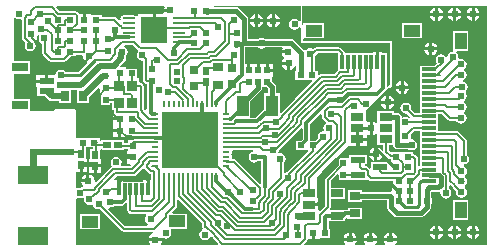
<source format=gbl>
G04 Layer_Physical_Order=4*
G04 Layer_Color=16711680*
%FSLAX43Y43*%
%MOMM*%
G71*
G01*
G75*
%ADD13R,0.600X0.500*%
%ADD14R,0.900X0.700*%
%ADD18R,0.700X0.900*%
%ADD19R,0.500X0.600*%
%ADD35C,0.250*%
%ADD36C,0.200*%
%ADD37C,0.300*%
%ADD38C,0.220*%
%ADD39C,0.500*%
%ADD40C,0.400*%
%ADD45C,0.620*%
%ADD46C,0.660*%
%ADD48C,0.600*%
%ADD51R,1.400X0.800*%
%ADD52R,1.300X0.500*%
%ADD53R,1.000X1.400*%
%ADD54R,1.200X0.300*%
%ADD55R,1.400X1.000*%
%ADD56R,0.300X1.200*%
%ADD57R,0.300X1.000*%
%ADD58R,2.600X1.500*%
%ADD59R,0.500X0.650*%
%ADD60O,0.650X0.200*%
%ADD61O,0.200X0.650*%
%ADD62R,4.700X4.700*%
%ADD63R,1.000X1.800*%
%ADD64R,0.650X0.500*%
%ADD65R,0.800X0.750*%
%ADD66R,1.100X0.650*%
%ADD67R,1.200X0.500*%
%ADD68R,1.100X0.200*%
%ADD69O,1.100X0.200*%
%ADD70R,2.300X2.300*%
%ADD71R,0.850X0.950*%
%ADD72C,0.230*%
%ADD73R,0.500X1.550*%
%ADD74R,3.725X0.500*%
G36*
X23485Y17433D02*
X23448Y17377D01*
X23429Y17284D01*
X23979D01*
Y17030D01*
X23429D01*
X23448Y16937D01*
X23572Y16750D01*
X23596Y16735D01*
Y16608D01*
X23593Y16607D01*
X23469Y16420D01*
X23450Y16327D01*
X24000D01*
Y16200D01*
X24127D01*
Y15650D01*
X24220Y15669D01*
X24407Y15793D01*
X24516Y15957D01*
X24625Y15943D01*
X24643Y15936D01*
Y15584D01*
X24550D01*
Y14784D01*
X25450D01*
Y14784D01*
X25550D01*
Y14784D01*
X25962D01*
X26010Y14667D01*
X24556Y13212D01*
X24554Y13211D01*
X23373Y12030D01*
X23246Y12082D01*
Y13658D01*
X22957D01*
Y14187D01*
X22930Y14324D01*
X22852Y14440D01*
X22580Y14712D01*
Y15053D01*
X22684D01*
Y15480D01*
X22180D01*
Y15607D01*
X22053D01*
Y16161D01*
X21527D01*
Y15607D01*
X21273D01*
Y16161D01*
X20896D01*
Y16154D01*
X20727D01*
Y15600D01*
X20473D01*
Y16154D01*
X20331D01*
Y17543D01*
X21406D01*
X21521Y17467D01*
X21700Y17431D01*
X21879Y17467D01*
X21997Y17545D01*
X23425D01*
X23485Y17433D01*
D02*
G37*
G36*
X11786Y7275D02*
X11820Y7225D01*
X12180Y6864D01*
X12263Y6809D01*
X12345Y6793D01*
Y6283D01*
X12227D01*
Y5529D01*
X11973D01*
Y6283D01*
X11696D01*
Y6179D01*
X10004D01*
Y6283D01*
X9727D01*
Y5529D01*
X9473D01*
Y6283D01*
X9246D01*
X9192Y6409D01*
X9418Y6635D01*
X10861D01*
X10958Y6654D01*
X11041Y6710D01*
X11636Y7304D01*
X11672Y7305D01*
X11786Y7275D01*
D02*
G37*
G36*
X25172Y10646D02*
Y9815D01*
X25007Y9650D01*
X24590D01*
Y8850D01*
X25490D01*
Y8850D01*
X25590D01*
X25635Y8740D01*
X23855Y6960D01*
X23720Y6933D01*
X23707Y6924D01*
X23595Y6984D01*
Y7806D01*
X23693Y7954D01*
X23729Y8133D01*
X23693Y8312D01*
X23592Y8465D01*
X23439Y8566D01*
X23260Y8602D01*
X23199Y8590D01*
X23122Y8704D01*
X23133Y8721D01*
X23146Y8786D01*
X25055Y10694D01*
X25172Y10646D01*
D02*
G37*
G36*
X21015Y8718D02*
X20902Y8696D01*
X20750Y8594D01*
X20648Y8442D01*
X20613Y8262D01*
X20648Y8083D01*
X20750Y7931D01*
X20902Y7829D01*
X21082Y7793D01*
X21261Y7829D01*
X21413Y7931D01*
X21431Y7956D01*
X21694D01*
Y6053D01*
X21577Y6004D01*
X19551Y8030D01*
X19468Y8085D01*
X19371Y8105D01*
X19248D01*
X19218Y8139D01*
X19166Y8232D01*
X19180Y8300D01*
X19160Y8398D01*
X19105Y8480D01*
Y8520D01*
X19160Y8602D01*
X19180Y8700D01*
X19176Y8718D01*
X19270Y8845D01*
X21003D01*
X21015Y8718D01*
D02*
G37*
G36*
X13483Y20974D02*
X13448Y20920D01*
X13429Y20827D01*
X13979D01*
Y20573D01*
X13429D01*
X13437Y20531D01*
X13357Y20404D01*
X12727D01*
Y19000D01*
X12473D01*
Y20404D01*
X11196D01*
Y20236D01*
X11123Y20201D01*
X11069Y20188D01*
X10998Y20235D01*
X10900Y20255D01*
X10000D01*
X9902Y20235D01*
X9820Y20180D01*
X9765Y20098D01*
X9745Y20000D01*
X9765Y19902D01*
X9781Y19878D01*
X9775Y19870D01*
X9608Y19857D01*
X9385Y20080D01*
X9303Y20135D01*
X9205Y20155D01*
X8150D01*
Y20300D01*
X7254D01*
Y20404D01*
X6827D01*
Y19900D01*
X6573D01*
Y20404D01*
X6250D01*
X6230Y20434D01*
X6084Y20580D01*
X6001Y20635D01*
X5904Y20655D01*
X4606D01*
X4292Y20968D01*
X4341Y21086D01*
X13424D01*
X13483Y20974D01*
D02*
G37*
G36*
X25000Y19799D02*
X24873Y19761D01*
X24826Y19832D01*
X24673Y19933D01*
X24494Y19969D01*
X24314Y19933D01*
X24162Y19832D01*
X24061Y19679D01*
X24025Y19500D01*
X24061Y19321D01*
X24162Y19168D01*
X24314Y19067D01*
X24494Y19031D01*
X24673Y19067D01*
X24826Y19168D01*
X24873Y19239D01*
X25000Y19201D01*
Y17955D01*
X32600D01*
Y14407D01*
X32423Y14230D01*
X32306Y14279D01*
Y16300D01*
X32300Y16330D01*
Y17057D01*
X31904D01*
Y17161D01*
X31627D01*
Y16307D01*
X31373D01*
Y17161D01*
X31096D01*
Y17057D01*
X28755D01*
Y17084D01*
X28735Y17182D01*
X28680Y17264D01*
X28464Y17480D01*
X28382Y17535D01*
X28284Y17555D01*
X26344D01*
X26246Y17535D01*
X26163Y17480D01*
X26077Y17394D01*
X25979Y17460D01*
X25800Y17495D01*
X25621Y17460D01*
X25468Y17358D01*
X25435Y17309D01*
X25283Y17309D01*
X25252Y17355D01*
X24453Y18154D01*
X24337Y18232D01*
X24200Y18259D01*
X21991D01*
X21879Y18333D01*
X21700Y18369D01*
X21521Y18333D01*
X21406Y18257D01*
X20557D01*
Y19973D01*
X20530Y20110D01*
X20452Y20226D01*
X19826Y20852D01*
X19710Y20930D01*
X19573Y20957D01*
X17590D01*
X17589Y20959D01*
X17675Y21086D01*
X25000D01*
Y19799D01*
D02*
G37*
G36*
X6676Y4772D02*
X6656Y4670D01*
X6692Y4491D01*
X6793Y4338D01*
X6945Y4237D01*
X7125Y4201D01*
X7304Y4237D01*
X7316Y4245D01*
X7457Y4186D01*
X7467Y4138D01*
X7568Y3985D01*
X7721Y3884D01*
X7900Y3848D01*
X7991Y3866D01*
X9837Y2020D01*
X9919Y1965D01*
X10017Y1945D01*
X12527D01*
X12539Y1818D01*
X12480Y1806D01*
X12293Y1682D01*
X12169Y1495D01*
X12150Y1402D01*
X13375D01*
X13379Y1405D01*
X13421Y1377D01*
X13600Y1341D01*
X13779Y1377D01*
X13932Y1478D01*
X14033Y1631D01*
X14069Y1810D01*
X14033Y1989D01*
X13991Y2052D01*
X14059Y2179D01*
X15400D01*
Y3479D01*
X14173D01*
X14124Y3597D01*
X14455Y3928D01*
X14510Y4010D01*
X14530Y4108D01*
Y4610D01*
X14657Y4662D01*
X16644Y2676D01*
Y2423D01*
X16663Y2326D01*
X16707Y2260D01*
X16711Y2227D01*
X16709Y2213D01*
X16677Y2104D01*
X16568Y2032D01*
X16467Y1879D01*
X16431Y1700D01*
X16467Y1521D01*
X16568Y1368D01*
X16720Y1267D01*
X16900Y1231D01*
X17079Y1267D01*
X17232Y1368D01*
X17322Y1504D01*
X17380Y1527D01*
X17467Y1540D01*
X17620Y1386D01*
X17625Y1364D01*
X17680Y1282D01*
X18030Y932D01*
X17981Y814D01*
X13223D01*
X13155Y941D01*
X13231Y1055D01*
X13250Y1148D01*
X12150D01*
X12169Y1055D01*
X12245Y941D01*
X12177Y814D01*
X6002D01*
Y4738D01*
X6101Y4791D01*
X6129Y4792D01*
X6300Y4758D01*
X6479Y4794D01*
X6562Y4849D01*
X6676Y4772D01*
D02*
G37*
G36*
X10345Y4350D02*
Y3816D01*
X10365Y3718D01*
X10420Y3636D01*
X10577Y3479D01*
X10659Y3424D01*
X10757Y3404D01*
X11903D01*
X11949Y3277D01*
X11867Y3154D01*
X11831Y2975D01*
X11867Y2795D01*
X11968Y2643D01*
X12060Y2582D01*
X12022Y2455D01*
X10123D01*
X8700Y3878D01*
X8704Y3902D01*
X8850Y4001D01*
X8900Y3991D01*
X9079Y4027D01*
X9232Y4128D01*
X9249Y4154D01*
X9842D01*
X9842Y4154D01*
X9959Y4177D01*
X10059Y4244D01*
X10218Y4403D01*
X10345Y4350D01*
D02*
G37*
G36*
X11150Y17420D02*
X11150Y17420D01*
X11218Y17351D01*
X11266Y17238D01*
X11227Y17169D01*
X11167Y17079D01*
X11131Y16900D01*
X11167Y16721D01*
X11268Y16568D01*
X11421Y16467D01*
X11600Y16431D01*
X11645Y16394D01*
Y14800D01*
X11665Y14702D01*
X11720Y14620D01*
X11820Y14520D01*
X11902Y14465D01*
X11994Y14446D01*
Y12318D01*
X11867Y12218D01*
X11835Y12224D01*
X11780Y12307D01*
X11752Y12335D01*
Y12584D01*
X11755Y12596D01*
Y14215D01*
X11736Y14313D01*
X11680Y14396D01*
X11580Y14496D01*
X11498Y14551D01*
X11400Y14570D01*
X11332Y14686D01*
Y14915D01*
X11248D01*
X11139Y14957D01*
Y15757D01*
X10243D01*
Y15861D01*
X9806D01*
X9753Y15988D01*
X10116Y16350D01*
X10204Y16483D01*
X10235Y16639D01*
X10235Y16639D01*
Y16883D01*
X10321Y17011D01*
X10357Y17190D01*
X10321Y17369D01*
X10219Y17522D01*
X10075Y17618D01*
X10073Y17627D01*
X10141Y17745D01*
X10824D01*
X11150Y17420D01*
D02*
G37*
G36*
X26785Y11847D02*
Y11668D01*
X26804Y11570D01*
X26860Y11488D01*
X27125Y11222D01*
X27115Y11065D01*
X27112Y11061D01*
X27068Y11032D01*
X26967Y10879D01*
X26931Y10700D01*
X26954Y10584D01*
X26941Y10502D01*
X26864Y10446D01*
X26755Y10424D01*
X26602Y10323D01*
X26501Y10171D01*
X26465Y9991D01*
X26483Y9901D01*
X26233Y9650D01*
X25815D01*
X25784Y9689D01*
Y11011D01*
X26668Y11895D01*
X26785Y11847D01*
D02*
G37*
G36*
X40786Y814D02*
X33100D01*
X33039Y941D01*
X33131Y1080D01*
X33150Y1173D01*
X32050D01*
X32069Y1080D01*
X32161Y941D01*
X32100Y814D01*
X31400D01*
X31339Y941D01*
X31431Y1080D01*
X31450Y1173D01*
X30350D01*
X30369Y1080D01*
X30461Y941D01*
X30400Y814D01*
X29700D01*
X29639Y941D01*
X29731Y1080D01*
X29750Y1173D01*
X28650D01*
X28669Y1080D01*
X28761Y941D01*
X28700Y814D01*
X25357D01*
X25308Y932D01*
X25530Y1154D01*
X25585Y1236D01*
X25599Y1306D01*
X25943D01*
Y1810D01*
X26197D01*
Y1306D01*
X26624D01*
Y1410D01*
X27520D01*
Y2210D01*
X27375D01*
Y2700D01*
X27400Y2816D01*
X28800D01*
Y3030D01*
X28882Y3092D01*
X29000Y3039D01*
Y2983D01*
X30200D01*
Y3983D01*
X29000D01*
Y3789D01*
X28800D01*
X28800Y3789D01*
X28687Y3766D01*
X27602D01*
X27534Y3894D01*
X27535Y3895D01*
X27555Y3993D01*
Y4716D01*
X28800D01*
Y5667D01*
X27555D01*
Y6236D01*
X28103Y6784D01*
X28220Y6735D01*
Y6308D01*
X29020D01*
Y6308D01*
X29100Y6350D01*
X30600D01*
Y6350D01*
X30710Y6396D01*
X30786Y6320D01*
X30868Y6265D01*
X30966Y6245D01*
X32850D01*
Y5904D01*
X32746D01*
Y5438D01*
X32619Y5333D01*
X32586Y5340D01*
X30200D01*
Y5483D01*
X29000D01*
Y4483D01*
X30200D01*
Y4626D01*
X32293D01*
Y4062D01*
X32320Y3926D01*
X32398Y3810D01*
X32912Y3296D01*
X33028Y3218D01*
X33164Y3191D01*
X35184D01*
X35321Y3218D01*
X35437Y3296D01*
X35952Y3811D01*
X36030Y3927D01*
X36057Y4064D01*
Y4255D01*
X36133Y4370D01*
X36169Y4549D01*
X36133Y4729D01*
X36057Y4843D01*
Y5343D01*
X36645D01*
X36733Y5361D01*
X36833Y5282D01*
X36843Y5263D01*
X36831Y5200D01*
X36867Y5020D01*
X36968Y4868D01*
X37120Y4767D01*
X37300Y4731D01*
X37479Y4767D01*
X37632Y4868D01*
X37733Y5020D01*
X37769Y5200D01*
X37733Y5379D01*
X37632Y5532D01*
X37555Y5583D01*
Y5841D01*
X37672Y5890D01*
X37874Y5688D01*
X37886Y5670D01*
X38173Y5383D01*
X38157Y5300D01*
X38193Y5121D01*
X38294Y4968D01*
X38447Y4867D01*
X38626Y4831D01*
X38805Y4867D01*
X38958Y4968D01*
X39059Y5121D01*
X39095Y5300D01*
X39059Y5479D01*
X38958Y5632D01*
X38895Y5674D01*
Y5826D01*
X38958Y5868D01*
X39059Y6021D01*
X39095Y6200D01*
X39059Y6379D01*
X38958Y6532D01*
X38895Y6574D01*
Y6726D01*
X38958Y6768D01*
X39059Y6921D01*
X39095Y7100D01*
X39059Y7279D01*
X38958Y7432D01*
X38841Y7510D01*
X38858Y7642D01*
X38979Y7667D01*
X39132Y7768D01*
X39233Y7920D01*
X39269Y8100D01*
X39233Y8279D01*
X39132Y8432D01*
X39055Y8483D01*
Y9650D01*
X39035Y9748D01*
X38980Y9830D01*
X38430Y10380D01*
X38348Y10435D01*
X38250Y10455D01*
X36650D01*
Y10900D01*
Y11945D01*
X36985D01*
X37502Y11428D01*
X37585Y11373D01*
X37682Y11353D01*
X38183D01*
X38268Y11225D01*
X38421Y11124D01*
X38600Y11088D01*
X38779Y11124D01*
X38932Y11225D01*
X39033Y11378D01*
X39069Y11557D01*
X39033Y11736D01*
X38932Y11889D01*
X38829Y11957D01*
Y12100D01*
X38932Y12168D01*
X39033Y12321D01*
X39069Y12500D01*
X39033Y12679D01*
X38932Y12832D01*
X38869Y12874D01*
Y13026D01*
X38932Y13068D01*
X39033Y13221D01*
X39069Y13400D01*
X39033Y13579D01*
X38977Y13664D01*
X38996Y13830D01*
X39009Y13838D01*
X39111Y13991D01*
X39147Y14170D01*
X39111Y14349D01*
X39009Y14502D01*
X38857Y14603D01*
X38733Y14628D01*
Y14757D01*
X38779Y14767D01*
X38932Y14868D01*
X39033Y15021D01*
X39069Y15200D01*
X39033Y15379D01*
X38932Y15532D01*
X38869Y15574D01*
Y15726D01*
X38932Y15768D01*
X39033Y15921D01*
X39069Y16100D01*
X39033Y16279D01*
X38932Y16432D01*
X38779Y16533D01*
X38600Y16569D01*
X38467Y16543D01*
X38369Y16620D01*
X38357Y16640D01*
X38369Y16700D01*
X38333Y16879D01*
X38232Y17032D01*
X38170Y17073D01*
X38208Y17200D01*
X39200D01*
Y18900D01*
X37900D01*
Y17289D01*
X37900Y17200D01*
X37795Y17148D01*
X37721Y17133D01*
X37568Y17032D01*
X37467Y16879D01*
X37440Y16745D01*
X37308Y16718D01*
X37232Y16832D01*
X37079Y16933D01*
X36900Y16969D01*
X36721Y16933D01*
X36568Y16832D01*
X36467Y16679D01*
X36431Y16500D01*
X36467Y16321D01*
X36544Y16205D01*
X36340Y16000D01*
X35150D01*
Y14900D01*
Y13900D01*
Y12900D01*
Y11955D01*
X34702D01*
X34351Y12305D01*
X34369Y12396D01*
X34333Y12575D01*
X34232Y12728D01*
X34079Y12829D01*
X33900Y12865D01*
X33721Y12829D01*
X33568Y12728D01*
X33467Y12575D01*
X33431Y12396D01*
X33467Y12217D01*
X33568Y12064D01*
X33721Y11963D01*
X33900Y11927D01*
X33991Y11945D01*
X34261Y11674D01*
X34261Y11643D01*
X34214Y11542D01*
X34200Y11542D01*
X34063Y11633D01*
X33884Y11669D01*
X33705Y11633D01*
X33668Y11609D01*
X33550Y11683D01*
X33530Y11787D01*
X33452Y11902D01*
X33337Y11980D01*
X33200Y12007D01*
X32900D01*
Y12125D01*
X31500D01*
Y11187D01*
X31478Y11167D01*
X31373Y11130D01*
X31222Y11231D01*
X31129Y11250D01*
Y10700D01*
Y10150D01*
X31222Y10169D01*
X31373Y10270D01*
X31478Y10233D01*
X31500Y10213D01*
Y9275D01*
X32010D01*
Y8816D01*
X31883Y8778D01*
X31791Y8915D01*
X31605Y9039D01*
X31512Y9058D01*
Y8508D01*
Y7958D01*
X31605Y7977D01*
X31791Y8101D01*
X31916Y8288D01*
X31957Y8493D01*
X32002Y8516D01*
X32084Y8531D01*
X32085Y8530D01*
X32482Y8133D01*
X32565Y8078D01*
X32632Y8064D01*
Y7902D01*
X32546D01*
X32500Y7800D01*
X31000D01*
Y7333D01*
X30904Y7294D01*
X30873Y7291D01*
X30734Y7430D01*
X30651Y7485D01*
X30554Y7505D01*
X30433D01*
X30421Y7523D01*
X30489Y7650D01*
X30600D01*
Y8450D01*
X29100D01*
Y8302D01*
X29020Y8208D01*
X28220D01*
Y7622D01*
X27120Y6522D01*
X27065Y6439D01*
X27045Y6342D01*
Y4098D01*
X26631Y3684D01*
X26504Y3737D01*
Y4115D01*
X25700D01*
Y4369D01*
X26504D01*
Y4820D01*
X26410D01*
Y6598D01*
X28902Y9100D01*
X28996Y9171D01*
Y9171D01*
X28996Y9171D01*
X29673D01*
Y9750D01*
X29800D01*
Y9877D01*
X30604D01*
Y10153D01*
X30716Y10213D01*
X30782Y10169D01*
X30875Y10150D01*
Y10700D01*
Y11250D01*
X30782Y11231D01*
X30716Y11187D01*
X30604Y11247D01*
Y11279D01*
X30500D01*
Y12125D01*
X30500Y12125D01*
X30500D01*
X30539Y12239D01*
X30654Y12354D01*
X30679Y12359D01*
X30832Y12460D01*
X30933Y12613D01*
X30938Y12638D01*
X31578Y13278D01*
X31676Y13344D01*
X32216Y13884D01*
X32216Y13884D01*
X32282Y13982D01*
X32380Y14080D01*
X32393D01*
X32423Y14068D01*
X32453Y14080D01*
X32485D01*
X32508Y14103D01*
X32538Y14115D01*
X32715Y14292D01*
X32762Y14407D01*
Y17955D01*
X32715Y18070D01*
X32600Y18117D01*
X25229D01*
X25204Y18199D01*
X25288Y18305D01*
X25290Y18307D01*
X26950D01*
Y19607D01*
X25250D01*
Y19462D01*
X25123Y19400D01*
X25100Y19418D01*
Y19678D01*
X25115Y19684D01*
X25124Y19707D01*
X25143Y19723D01*
X25147Y19762D01*
X25162Y19799D01*
Y21086D01*
X40786D01*
Y814D01*
D02*
G37*
G36*
X22243Y14039D02*
Y13658D01*
X21946D01*
Y12363D01*
X21189Y11606D01*
X20746D01*
Y12981D01*
X21652Y13888D01*
X21730Y14003D01*
X21757Y14140D01*
Y14157D01*
X22126D01*
X22243Y14039D01*
D02*
G37*
G36*
X28200Y17024D02*
Y15647D01*
X28186Y15637D01*
X27864Y15315D01*
X26764D01*
X26667Y15295D01*
X26584Y15240D01*
X26567Y15224D01*
X26450Y15272D01*
Y15584D01*
X26255D01*
Y16851D01*
X26449Y17045D01*
X28179D01*
X28200Y17024D01*
D02*
G37*
G36*
X868Y20068D02*
X1021Y19967D01*
X1200Y19931D01*
X1268Y19945D01*
X1395Y19840D01*
Y18346D01*
X1415Y18249D01*
X1470Y18166D01*
X1703Y17933D01*
X1667Y17879D01*
X1631Y17700D01*
X1667Y17520D01*
X1768Y17368D01*
X1920Y17267D01*
X2100Y17231D01*
X2279Y17267D01*
X2432Y17368D01*
X2533Y17520D01*
X2569Y17700D01*
X2533Y17879D01*
X2440Y18019D01*
X2454Y18077D01*
X2489Y18146D01*
X2704D01*
Y18504D01*
X2814Y18580D01*
X2867Y18479D01*
X2831Y18300D01*
X2867Y18121D01*
X2968Y17968D01*
X3121Y17867D01*
X3135Y17864D01*
Y17072D01*
X3155Y16974D01*
X3210Y16892D01*
X3682Y16420D01*
X3764Y16365D01*
X3862Y16345D01*
X5000D01*
X5098Y16365D01*
X5180Y16420D01*
X5552Y16792D01*
X5950D01*
Y16937D01*
X6473D01*
X6550Y16844D01*
X6594Y16623D01*
X6718Y16437D01*
X6879Y16330D01*
X6918Y16190D01*
X6209Y15480D01*
X5066D01*
X5032Y15532D01*
X4879Y15633D01*
X4700Y15669D01*
X4520Y15633D01*
X4368Y15532D01*
X4267Y15379D01*
X4231Y15200D01*
X4205Y15168D01*
X3637D01*
Y14664D01*
X3510D01*
Y14537D01*
X2606D01*
Y14160D01*
X2710D01*
Y13464D01*
X3333D01*
X3692Y13106D01*
X3824Y13017D01*
X3980Y12986D01*
X3980Y12986D01*
X4590D01*
Y12800D01*
X5590D01*
Y13978D01*
X6090D01*
Y12800D01*
X7090D01*
Y13320D01*
X7879Y14109D01*
X7996Y14060D01*
Y13546D01*
X8100D01*
Y12650D01*
X8900D01*
Y12845D01*
X9032D01*
Y12215D01*
X9246D01*
Y12039D01*
X9217Y12004D01*
X9135D01*
Y11627D01*
X9689D01*
Y11373D01*
X9135D01*
Y10996D01*
X9146D01*
Y10627D01*
X9700D01*
Y10500D01*
X9827D01*
Y9996D01*
X10254D01*
Y10100D01*
X10772D01*
X10825Y10065D01*
X10923Y10045D01*
X11963D01*
X11978Y10027D01*
X12650D01*
Y9773D01*
X11978D01*
X11963Y9755D01*
X10917D01*
X10819Y9735D01*
X10737Y9680D01*
X10734Y9678D01*
X10400D01*
Y9483D01*
X10060D01*
Y9697D01*
X9110D01*
Y9697D01*
X8160D01*
Y9697D01*
X8033Y9653D01*
X8000Y9666D01*
Y9883D01*
X7100D01*
Y9883D01*
X7000D01*
Y9883D01*
X6100D01*
X6002Y9953D01*
Y12152D01*
X5955Y12267D01*
X5840Y12314D01*
X4240D01*
X4125Y12267D01*
X4098Y12200D01*
X2110D01*
Y13214D01*
X714D01*
Y15314D01*
X2110D01*
Y16414D01*
X714D01*
Y20070D01*
X841Y20109D01*
X868Y20068D01*
D02*
G37*
G36*
X7427Y8950D02*
X7200D01*
Y8104D01*
X7096D01*
Y7652D01*
X7600D01*
X8104D01*
Y8104D01*
X8000D01*
Y8856D01*
X8112Y8958D01*
X8160Y8945D01*
Y8897D01*
X9110D01*
Y8897D01*
X10060D01*
Y8973D01*
X10400D01*
Y8782D01*
X10296D01*
Y8355D01*
X10800D01*
Y8101D01*
X10296D01*
Y7674D01*
X10545D01*
X10607Y7547D01*
X10567Y7495D01*
X9884D01*
X9824Y7607D01*
X9833Y7621D01*
X9869Y7800D01*
X9833Y7979D01*
X9732Y8132D01*
X9579Y8233D01*
X9400Y8269D01*
X9220Y8233D01*
X9068Y8132D01*
X8967Y7979D01*
X8931Y7800D01*
X8967Y7621D01*
X9059Y7483D01*
X9056Y7475D01*
X8973Y7420D01*
X7680Y6127D01*
X7563Y6190D01*
X7575Y6252D01*
X7531Y6472D01*
X7407Y6658D01*
X7220Y6783D01*
X7127Y6802D01*
Y6252D01*
X7000D01*
Y6125D01*
X6450D01*
X6469Y6032D01*
X6589Y5852D01*
X6574Y5782D01*
X6557Y5725D01*
X6543D01*
X6445Y5706D01*
X6401Y5676D01*
X6300Y5696D01*
X6129Y5662D01*
X6101Y5663D01*
X6002Y5716D01*
Y6979D01*
X6295D01*
Y7558D01*
X6422D01*
Y7685D01*
X6926D01*
Y8137D01*
X6822D01*
Y8390D01*
X6835Y8410D01*
X6855Y8508D01*
Y9083D01*
X7000D01*
Y9083D01*
X7100D01*
Y9083D01*
X7427D01*
Y8950D01*
D02*
G37*
G36*
X35150Y9400D02*
Y8400D01*
Y7559D01*
X35070Y7516D01*
X34955Y7593D01*
Y8133D01*
X34935Y8231D01*
X34880Y8313D01*
X34725Y8468D01*
X34643Y8523D01*
X34545Y8543D01*
X34532D01*
Y8688D01*
X33632D01*
X33632Y8688D01*
X33532D01*
Y8688D01*
X33505Y8688D01*
X32648D01*
X32520Y8816D01*
Y9275D01*
X32848D01*
X32870Y9160D01*
X32948Y9045D01*
X33063Y8967D01*
X33200Y8940D01*
X34116D01*
X34221Y8870D01*
X34400Y8835D01*
X34579Y8870D01*
X34732Y8972D01*
X34833Y9124D01*
X34869Y9304D01*
X34833Y9483D01*
X34732Y9635D01*
X34579Y9737D01*
X34400Y9773D01*
X34394Y9771D01*
X34317Y9886D01*
X34353Y10065D01*
X34335Y10156D01*
X34625Y10445D01*
X35150D01*
Y9400D01*
D02*
G37*
%LPC*%
G36*
X22684Y16161D02*
X22307D01*
Y15734D01*
X22684D01*
Y16161D01*
D02*
G37*
G36*
X23873Y16073D02*
X23450D01*
X23469Y15980D01*
X23593Y15793D01*
X23780Y15669D01*
X23873Y15650D01*
Y16073D01*
D02*
G37*
G36*
X22563Y20350D02*
X22470Y20331D01*
X22284Y20207D01*
X22159Y20020D01*
X22141Y19927D01*
X22563D01*
Y20350D01*
D02*
G37*
G36*
X21829Y19673D02*
X21406D01*
Y19250D01*
X21499Y19269D01*
X21686Y19393D01*
X21810Y19580D01*
X21829Y19673D01*
D02*
G37*
G36*
X21152D02*
X20729D01*
X20748Y19580D01*
X20872Y19393D01*
X21059Y19269D01*
X21152Y19250D01*
Y19673D01*
D02*
G37*
G36*
Y20350D02*
X21059Y20331D01*
X20872Y20207D01*
X20748Y20020D01*
X20729Y19927D01*
X21152D01*
Y20350D01*
D02*
G37*
G36*
X22817Y20350D02*
Y19927D01*
X23240D01*
X23222Y20020D01*
X23097Y20207D01*
X22911Y20331D01*
X22817Y20350D01*
D02*
G37*
G36*
X21406Y20350D02*
Y19927D01*
X21829D01*
X21810Y20020D01*
X21686Y20207D01*
X21499Y20331D01*
X21406Y20350D01*
D02*
G37*
G36*
X23240Y19673D02*
X22817D01*
Y19250D01*
X22911Y19269D01*
X23097Y19393D01*
X23222Y19580D01*
X23240Y19673D01*
D02*
G37*
G36*
X22563D02*
X22141D01*
X22159Y19580D01*
X22284Y19393D01*
X22470Y19269D01*
X22563Y19250D01*
Y19673D01*
D02*
G37*
G36*
X8050Y3429D02*
X6350D01*
Y2129D01*
X8050D01*
Y3429D01*
D02*
G37*
G36*
X31258Y8381D02*
X30835D01*
X30853Y8288D01*
X30978Y8101D01*
X31165Y7977D01*
X31258Y7958D01*
Y8381D01*
D02*
G37*
G36*
Y9058D02*
X31165Y9039D01*
X30978Y8915D01*
X30853Y8728D01*
X30835Y8635D01*
X31258D01*
Y9058D01*
D02*
G37*
G36*
X40151Y1773D02*
X39729D01*
Y1350D01*
X39822Y1369D01*
X40008Y1494D01*
X40133Y1680D01*
X40151Y1773D01*
D02*
G37*
G36*
X29327Y1850D02*
Y1427D01*
X29750D01*
X29731Y1520D01*
X29607Y1707D01*
X29420Y1831D01*
X29327Y1850D01*
D02*
G37*
G36*
X29073D02*
X28980Y1831D01*
X28793Y1707D01*
X28669Y1520D01*
X28650Y1427D01*
X29073D01*
Y1850D01*
D02*
G37*
G36*
X37913Y1773D02*
X37490D01*
X37509Y1680D01*
X37633Y1494D01*
X37820Y1369D01*
X37913Y1350D01*
Y1773D01*
D02*
G37*
G36*
X37050Y1764D02*
X36627D01*
Y1341D01*
X36720Y1359D01*
X36907Y1484D01*
X37031Y1671D01*
X37050Y1764D01*
D02*
G37*
G36*
X36373D02*
X35950D01*
X35969Y1671D01*
X36093Y1484D01*
X36280Y1359D01*
X36373Y1341D01*
Y1764D01*
D02*
G37*
G36*
X39475Y1773D02*
X39052D01*
X39070Y1680D01*
X39195Y1494D01*
X39382Y1369D01*
X39475Y1350D01*
Y1773D01*
D02*
G37*
G36*
X30604Y9623D02*
X29927D01*
Y9171D01*
X30604D01*
Y9623D01*
D02*
G37*
G36*
X38590Y1773D02*
X38167D01*
Y1350D01*
X38260Y1369D01*
X38447Y1494D01*
X38571Y1680D01*
X38590Y1773D01*
D02*
G37*
G36*
X39200Y4600D02*
X37900D01*
Y2900D01*
X39200D01*
Y4600D01*
D02*
G37*
G36*
X37913Y2450D02*
X37820Y2431D01*
X37633Y2307D01*
X37509Y2120D01*
X37490Y2027D01*
X37913D01*
Y2450D01*
D02*
G37*
G36*
X36627Y2440D02*
Y2018D01*
X37050D01*
X37031Y2111D01*
X36907Y2297D01*
X36720Y2422D01*
X36627Y2440D01*
D02*
G37*
G36*
X38167Y2450D02*
Y2027D01*
X38590D01*
X38571Y2120D01*
X38447Y2307D01*
X38260Y2431D01*
X38167Y2450D01*
D02*
G37*
G36*
X39475D02*
X39382Y2431D01*
X39195Y2307D01*
X39070Y2120D01*
X39052Y2027D01*
X39475D01*
Y2450D01*
D02*
G37*
G36*
X39729D02*
Y2027D01*
X40151D01*
X40133Y2120D01*
X40008Y2307D01*
X39822Y2431D01*
X39729Y2450D01*
D02*
G37*
G36*
X30773Y1850D02*
X30680Y1831D01*
X30493Y1707D01*
X30369Y1520D01*
X30350Y1427D01*
X30773D01*
Y1850D01*
D02*
G37*
G36*
X31027D02*
Y1427D01*
X31450D01*
X31431Y1520D01*
X31307Y1707D01*
X31120Y1831D01*
X31027Y1850D01*
D02*
G37*
G36*
X36373Y2440D02*
X36280Y2422D01*
X36093Y2297D01*
X35969Y2111D01*
X35950Y2018D01*
X36373D01*
Y2440D01*
D02*
G37*
G36*
X32727Y1850D02*
Y1427D01*
X33150D01*
X33131Y1520D01*
X33007Y1707D01*
X32820Y1831D01*
X32727Y1850D01*
D02*
G37*
G36*
X32473D02*
X32380Y1831D01*
X32193Y1707D01*
X32069Y1520D01*
X32050Y1427D01*
X32473D01*
Y1850D01*
D02*
G37*
G36*
X39475Y20230D02*
X39052D01*
X39070Y20137D01*
X39195Y19951D01*
X39382Y19826D01*
X39475Y19808D01*
Y20230D01*
D02*
G37*
G36*
X38590D02*
X38167D01*
Y19808D01*
X38260Y19826D01*
X38447Y19951D01*
X38571Y20137D01*
X38590Y20230D01*
D02*
G37*
G36*
X40151D02*
X39729D01*
Y19808D01*
X39822Y19826D01*
X40008Y19951D01*
X40133Y20137D01*
X40151Y20230D01*
D02*
G37*
G36*
X37913D02*
X37490D01*
X37509Y20137D01*
X37633Y19951D01*
X37820Y19826D01*
X37913Y19808D01*
Y20230D01*
D02*
G37*
G36*
X37050Y20221D02*
X36627D01*
Y19798D01*
X36720Y19817D01*
X36907Y19941D01*
X37031Y20128D01*
X37050Y20221D01*
D02*
G37*
G36*
X36373D02*
X35950D01*
X35969Y20128D01*
X36093Y19941D01*
X36280Y19817D01*
X36373Y19798D01*
Y20221D01*
D02*
G37*
G36*
X38167Y20907D02*
Y20484D01*
X38590D01*
X38571Y20577D01*
X38447Y20764D01*
X38260Y20889D01*
X38167Y20907D01*
D02*
G37*
G36*
X37913D02*
X37820Y20889D01*
X37633Y20764D01*
X37509Y20577D01*
X37490Y20484D01*
X37913D01*
Y20907D01*
D02*
G37*
G36*
X39729D02*
Y20484D01*
X40151D01*
X40133Y20577D01*
X40008Y20764D01*
X39822Y20889D01*
X39729Y20907D01*
D02*
G37*
G36*
X39475D02*
X39382Y20889D01*
X39195Y20764D01*
X39070Y20577D01*
X39052Y20484D01*
X39475D01*
Y20907D01*
D02*
G37*
G36*
X36627Y20898D02*
Y20475D01*
X37050D01*
X37031Y20568D01*
X36907Y20754D01*
X36720Y20879D01*
X36627Y20898D01*
D02*
G37*
G36*
X36373D02*
X36280Y20879D01*
X36093Y20754D01*
X35969Y20568D01*
X35950Y20475D01*
X36373D01*
Y20898D01*
D02*
G37*
G36*
X33473Y14690D02*
X33380Y14671D01*
X33193Y14547D01*
X33069Y14360D01*
X33050Y14267D01*
X33473D01*
Y14690D01*
D02*
G37*
G36*
X34150Y14013D02*
X33727D01*
Y13590D01*
X33820Y13609D01*
X34007Y13733D01*
X34131Y13920D01*
X34150Y14013D01*
D02*
G37*
G36*
X33727Y14690D02*
Y14267D01*
X34150D01*
X34131Y14360D01*
X34007Y14547D01*
X33820Y14671D01*
X33727Y14690D01*
D02*
G37*
G36*
X33473Y14013D02*
X33050D01*
X33069Y13920D01*
X33193Y13733D01*
X33380Y13609D01*
X33473Y13590D01*
Y14013D01*
D02*
G37*
G36*
X32918Y12773D02*
X32495D01*
Y12350D01*
X32588Y12369D01*
X32774Y12493D01*
X32899Y12680D01*
X32918Y12773D01*
D02*
G37*
G36*
X32241D02*
X31818D01*
X31837Y12680D01*
X31961Y12493D01*
X32148Y12369D01*
X32241Y12350D01*
Y12773D01*
D02*
G37*
G36*
X32495Y13450D02*
Y13027D01*
X32918D01*
X32899Y13120D01*
X32774Y13307D01*
X32588Y13431D01*
X32495Y13450D01*
D02*
G37*
G36*
X32241D02*
X32148Y13431D01*
X31961Y13307D01*
X31837Y13120D01*
X31818Y13027D01*
X32241D01*
Y13450D01*
D02*
G37*
G36*
X35300Y19607D02*
X33600D01*
Y18307D01*
X35300D01*
Y19607D01*
D02*
G37*
G36*
X36157Y17973D02*
Y17551D01*
X36579D01*
X36561Y17644D01*
X36436Y17830D01*
X36250Y17955D01*
X36157Y17973D01*
D02*
G37*
G36*
X35903D02*
X35810Y17955D01*
X35623Y17830D01*
X35498Y17644D01*
X35480Y17551D01*
X35903D01*
Y17973D01*
D02*
G37*
G36*
X36579Y17297D02*
X36157D01*
Y16874D01*
X36250Y16892D01*
X36436Y17017D01*
X36561Y17204D01*
X36579Y17297D01*
D02*
G37*
G36*
X35903D02*
X35480D01*
X35498Y17204D01*
X35623Y17017D01*
X35810Y16892D01*
X35903Y16874D01*
Y17297D01*
D02*
G37*
G36*
X9573Y10373D02*
X9146D01*
Y9996D01*
X9573D01*
Y10373D01*
D02*
G37*
G36*
X3383Y15168D02*
X2606D01*
Y14791D01*
X3383D01*
Y15168D01*
D02*
G37*
G36*
X6926Y7431D02*
X6549D01*
Y6979D01*
X6926D01*
Y7431D01*
D02*
G37*
G36*
X8104Y7398D02*
X7727D01*
Y6946D01*
X8104D01*
Y7398D01*
D02*
G37*
G36*
X6873Y6802D02*
X6780Y6783D01*
X6593Y6658D01*
X6469Y6472D01*
X6450Y6379D01*
X6873D01*
Y6802D01*
D02*
G37*
G36*
X7473Y7398D02*
X7096D01*
Y6946D01*
X7473D01*
Y7398D01*
D02*
G37*
%LPD*%
D13*
X6550Y9483D02*
D03*
X7550D02*
D03*
X6700Y19000D02*
D03*
X7700D02*
D03*
X4500Y17192D02*
D03*
X5500D02*
D03*
X4506Y19000D02*
D03*
X5506D02*
D03*
X4500Y18100D02*
D03*
X5500D02*
D03*
X5500Y19900D02*
D03*
X4500D02*
D03*
X23800Y1700D02*
D03*
X24800D02*
D03*
X33300Y4518D02*
D03*
X34300D02*
D03*
X33300Y6265D02*
D03*
X34300D02*
D03*
X33082Y8288D02*
D03*
X34082D02*
D03*
X17000Y20600D02*
D03*
X16000D02*
D03*
X16000Y17893D02*
D03*
X17000D02*
D03*
X7700Y19900D02*
D03*
X6700D02*
D03*
X18900Y5272D02*
D03*
X19900D02*
D03*
X9700Y10500D02*
D03*
X10700D02*
D03*
X10689Y11500D02*
D03*
X9689D02*
D03*
X10689Y15357D02*
D03*
X9689D02*
D03*
X26070Y1810D02*
D03*
X27070D02*
D03*
X33300Y5400D02*
D03*
X34300D02*
D03*
X33100Y7398D02*
D03*
X34100D02*
D03*
X17000Y18755D02*
D03*
X16000D02*
D03*
X6700Y18069D02*
D03*
X7700D02*
D03*
X25040Y9250D02*
D03*
X26040D02*
D03*
X25000Y15184D02*
D03*
X26000D02*
D03*
D14*
X29600Y4983D02*
D03*
Y3483D02*
D03*
X18050Y14357D02*
D03*
Y15857D02*
D03*
D18*
X6590Y13400D02*
D03*
X5090D02*
D03*
D19*
X2200Y19700D02*
D03*
Y18700D02*
D03*
X28620Y7758D02*
D03*
Y6758D02*
D03*
X19581Y17800D02*
D03*
Y18800D02*
D03*
X10800Y8228D02*
D03*
Y9228D02*
D03*
X12400Y14700D02*
D03*
Y15700D02*
D03*
X22180Y14607D02*
D03*
Y15607D02*
D03*
X8500Y13100D02*
D03*
Y14100D02*
D03*
X20600Y14600D02*
D03*
Y15600D02*
D03*
X21400Y14607D02*
D03*
Y15607D02*
D03*
X8664Y18242D02*
D03*
Y17242D02*
D03*
D35*
X6325Y15200D02*
X7625Y16500D01*
X4800Y15200D02*
X6325D01*
D36*
X17475Y5714D02*
Y6675D01*
X23340Y6467D02*
Y8053D01*
X12001Y6340D02*
X12100Y6240D01*
X10067Y6500D02*
X11839D01*
X12000Y6339D01*
X9600Y5910D02*
Y6033D01*
X10067Y6500D01*
X12100Y5529D02*
Y6240D01*
X11650Y7679D02*
Y7845D01*
X10861Y6890D02*
X11650Y7679D01*
X9313Y6890D02*
X10861D01*
X8702Y6279D02*
X9313Y6890D01*
X8688Y6279D02*
X8702D01*
X11300Y7990D02*
X12010Y8700D01*
X7590Y5677D02*
X9153Y7240D01*
X11300Y7824D02*
Y7990D01*
X10716Y7240D02*
X11300Y7824D01*
X9153Y7240D02*
X10716D01*
X7900Y4317D02*
X10017Y2200D01*
X12600D01*
X13600Y3200D02*
Y3433D01*
X14275Y4108D01*
Y6675D01*
X12365Y2975D02*
X13875Y4485D01*
X12451Y3659D02*
X13475Y4683D01*
X10757Y3659D02*
X12451D01*
X12397Y4100D02*
X13000Y4703D01*
X11100Y4100D02*
X12397D01*
X11604Y4504D02*
Y5526D01*
Y4504D02*
X12305D01*
X12600Y4798D01*
X13875Y6675D02*
Y6712D01*
Y4485D02*
Y6675D01*
X12300Y2975D02*
X12365D01*
X12300Y2889D02*
Y2975D01*
X25350Y2404D02*
X25530Y2584D01*
X25350Y1346D02*
Y2404D01*
X20954Y4502D02*
Y4513D01*
X21457Y3842D02*
X21514Y3899D01*
X21602Y3492D02*
X21864Y3754D01*
X21745Y3140D02*
X22214Y3609D01*
X21890Y2790D02*
X22564Y3464D01*
X22639Y2700D02*
X22914Y2975D01*
X22782Y2090D02*
X23264Y2572D01*
X22827Y1640D02*
X23614Y2427D01*
X23800Y1740D02*
X23964Y1904D01*
X21514Y3899D02*
Y4406D01*
X21864Y3754D02*
Y4261D01*
X22214Y3609D02*
Y4116D01*
X22564Y3464D02*
Y3971D01*
X22914Y2975D02*
Y3826D01*
X23264Y2572D02*
Y3681D01*
X23614Y2427D02*
Y3536D01*
X23964Y1904D02*
Y3391D01*
X22260Y4265D02*
X22700Y4705D01*
X22610Y4120D02*
X23100Y4610D01*
X22960Y3872D02*
Y3975D01*
X21560Y4452D02*
Y4555D01*
X21514Y4406D02*
X21560Y4452D01*
X21910Y4307D02*
Y4410D01*
X21864Y4261D02*
X21910Y4307D01*
X22260Y4162D02*
Y4265D01*
X22214Y4116D02*
X22260Y4162D01*
X22610Y4017D02*
Y4120D01*
X22564Y3971D02*
X22610Y4017D01*
X22914Y3826D02*
X22960Y3872D01*
X23310Y3727D02*
Y3823D01*
X23264Y3681D02*
X23310Y3727D01*
X23660Y3582D02*
Y3678D01*
X23614Y3536D02*
X23660Y3582D01*
X24010Y3437D02*
Y3533D01*
X23964Y3391D02*
X24010Y3437D01*
Y3533D02*
X24372Y3895D01*
X23660Y3678D02*
X24227Y4245D01*
X23310Y3823D02*
X24082Y4595D01*
X22960Y3975D02*
X23232Y4247D01*
X21910Y4410D02*
X22350Y4850D01*
X21560Y4555D02*
X22000Y4995D01*
X20954Y4513D02*
X21445Y5004D01*
X21514D01*
X17508Y7933D02*
X18470Y6972D01*
X18477Y6740D02*
Y6989D01*
Y6740D02*
X19900Y5317D01*
X20816Y5473D02*
X20943D01*
X19371Y7850D02*
X21560Y5661D01*
X20771Y5429D02*
X20816Y5473D01*
X21560Y5050D02*
Y5661D01*
X18750Y7850D02*
X19371D01*
X22000Y5730D02*
X22000Y5730D01*
X22000Y4995D02*
Y5730D01*
X22350Y5477D02*
X23340Y6467D01*
X22350Y4850D02*
Y5477D01*
X22700Y5332D02*
X23968Y6600D01*
X22700Y4868D02*
Y5332D01*
Y4868D02*
X22700Y4868D01*
Y4705D02*
Y4868D01*
X24236Y4245D02*
X24550Y4559D01*
X24227Y4245D02*
X24236D01*
X18700Y7500D02*
X20771Y5429D01*
X21514Y5004D02*
X21560Y5050D01*
X23850Y5615D02*
X24650Y6415D01*
X24200Y4704D02*
Y5470D01*
X25000Y6270D01*
X24550Y4559D02*
Y5270D01*
X25350Y6070D01*
X25000Y6270D02*
Y6743D01*
X24650Y6415D02*
Y6888D01*
X23107Y4610D02*
X23298Y4801D01*
X23100Y4610D02*
X23107D01*
X22408Y2440D02*
X22600Y2632D01*
X24091Y4595D02*
X24200Y4704D01*
X24082Y4595D02*
X24091D01*
X25530Y2584D02*
X26484D01*
X18700Y7900D02*
X18750Y7850D01*
X24381Y3895D02*
X24900Y4414D01*
X24372Y3895D02*
X24381D01*
X23968Y6712D02*
X26040Y8784D01*
X23968Y6600D02*
Y6712D01*
X23850Y4858D02*
Y5615D01*
X23252Y4260D02*
X23850Y4858D01*
X24900Y5023D02*
X25068Y5192D01*
X24900Y4670D02*
Y5023D01*
X24900Y4670D02*
X24900Y4670D01*
X24900Y4414D02*
Y4670D01*
X36524Y15200D02*
X38000Y16676D01*
X36524Y15200D02*
X36767D01*
X35900D02*
X36524D01*
X36400Y15700D02*
X37050Y16350D01*
X36400Y15693D02*
Y15700D01*
X8500Y5300D02*
X8693D01*
X8923Y5529D01*
X7940Y5532D02*
X8688Y6279D01*
X7590Y5533D02*
Y5677D01*
X7527Y5470D02*
X7590Y5533D01*
X7940Y5388D02*
Y5532D01*
X7672Y5120D02*
X7940Y5388D01*
X8923Y5529D02*
X9600D01*
X7125Y4670D02*
X7575Y5120D01*
X7672D01*
X6543Y5470D02*
X7527D01*
X6300Y5227D02*
X6543Y5470D01*
X10600Y3816D02*
Y5529D01*
X13475Y4683D02*
Y6675D01*
X12010Y8700D02*
X12650D01*
X12600Y4798D02*
Y7044D01*
X11650Y7845D02*
X12105Y8300D01*
X12650D01*
X12000Y7405D02*
X12361Y7044D01*
X12600D01*
X13000Y4705D02*
Y7150D01*
X12650Y7500D02*
X13000Y7150D01*
X12000Y7599D02*
X12200Y7799D01*
X12000Y7405D02*
Y7599D01*
X9560Y9228D02*
X10800D01*
X10714Y9297D02*
X10917Y9500D01*
X9537Y9250D02*
X9560Y9228D01*
X9200Y8400D02*
X9800D01*
X8325Y7525D02*
X9200Y8400D01*
X9800Y8400D02*
X10757Y8400D01*
X7625Y7525D02*
Y7651D01*
X7685Y7525D02*
X8325D01*
X12200Y7799D02*
Y7900D01*
X12650D01*
X37682Y11608D02*
X38600D01*
Y5272D02*
Y5317D01*
X38075Y14175D02*
X38678D01*
X37432Y12464D02*
X38626D01*
X9650Y19455D02*
X9855Y19250D01*
X9860D01*
Y19222D02*
Y19250D01*
Y19222D02*
X9882Y19200D01*
X10281D01*
X33031Y8313D02*
X33082Y8262D01*
X32265Y8711D02*
Y9685D01*
X7625Y16500D02*
X8874D01*
X9537Y5750D02*
X9607Y5680D01*
X5904Y20400D02*
X6050Y20254D01*
X4500Y20400D02*
X5904D01*
X1846Y20250D02*
X2055D01*
X1650Y20054D02*
X1846Y20250D01*
X1650Y18346D02*
Y20054D01*
Y18346D02*
X2100Y17896D01*
X17720Y19605D02*
X18000Y19325D01*
Y19255D02*
Y19325D01*
X18585Y18080D02*
Y19720D01*
X21494Y10300D02*
X21894Y10700D01*
X19461Y10300D02*
X21494D01*
X21294Y10698D02*
X21536Y10940D01*
X18702Y10698D02*
X21294D01*
X6600Y9410D02*
X6700Y9510D01*
X2600Y8716D02*
X6600D01*
X7682Y9304D02*
X8600Y9300D01*
X7700Y9561D02*
X7761Y9500D01*
X17275Y15800D02*
X18050D01*
X17000Y15525D02*
X17275Y15800D01*
X33300Y6500D02*
X33601D01*
X30966D02*
X33300D01*
X37100Y7678D02*
Y8221D01*
X35921D02*
X37100D01*
X37450Y7533D02*
Y8700D01*
X35900D02*
X37450D01*
X37800Y7388D02*
Y9100D01*
X37700Y9200D02*
X37800Y9100D01*
X35900Y9200D02*
X37700D01*
X38193Y7612D02*
Y9507D01*
X38000Y9700D02*
X38193Y9507D01*
X35900Y9700D02*
X38000D01*
X38800Y8100D02*
Y9650D01*
X38250Y10200D02*
X38800Y9650D01*
X35900Y10200D02*
X38250D01*
X10082Y13618D02*
X10135Y13565D01*
X9607Y14290D02*
X10082D01*
X10135Y13565D02*
X10661D01*
X10757Y13050D02*
Y13470D01*
X10661Y13565D02*
X10757Y13470D01*
X15676Y16676D02*
X17221D01*
X15075Y16075D02*
X15676Y16676D01*
X8500Y13900D02*
Y14100D01*
X8000Y13504D02*
X8396Y13900D01*
X4700Y15200D02*
Y15300D01*
X9607Y14354D02*
Y15193D01*
X12000Y14700D02*
X12200D01*
X11900Y14800D02*
X12000Y14700D01*
X11900Y14800D02*
Y16600D01*
X12400Y16406D02*
X12493Y16499D01*
X12400Y15700D02*
Y16406D01*
X5050Y19448D02*
Y19900D01*
X5002Y19400D02*
X5050Y19448D01*
Y19900D02*
X5500D01*
X5050Y17645D02*
Y18069D01*
X5005Y17600D02*
X5050Y17645D01*
X4500Y17600D02*
X5005D01*
X5050Y18069D02*
X5081Y18100D01*
X5480D01*
X4500Y17192D02*
Y17600D01*
X5500Y19900D02*
X5506D01*
X4102Y17192D02*
X4500D01*
X3950Y17344D02*
X4102Y17192D01*
X15596Y19255D02*
X16512D01*
X15541Y19200D02*
X15596Y19255D01*
X16512D02*
X17005Y18762D01*
X17221Y16676D02*
X17351Y16807D01*
X17206Y17157D02*
X17663D01*
X17076Y17026D02*
X17206Y17157D01*
X17663D02*
X17679Y17173D01*
X19900Y13807D02*
Y14475D01*
X19541Y13807D02*
X19900D01*
Y14475D02*
X20025Y14600D01*
X18700Y11900D02*
Y12966D01*
X19541Y13807D01*
X18700Y11500D02*
X18988D01*
X19366Y11100D02*
X19566Y11300D01*
X19034Y11100D02*
X19366D01*
X21536Y10940D02*
X21540D01*
X19034Y11100D02*
X19034Y11100D01*
X18700Y11100D02*
X19034D01*
X18700Y11100D02*
X18700Y11100D01*
X22600Y12244D02*
Y12600D01*
X20025Y14600D02*
X20600D01*
X23437Y11733D02*
X24734Y13031D01*
X23437Y11694D02*
Y11733D01*
X24734Y13031D02*
X24735D01*
X26000Y16956D02*
X26344Y17300D01*
X28590Y7632D02*
Y7745D01*
X27300Y6342D02*
X28590Y7632D01*
X27300Y3993D02*
Y6342D01*
X26484Y2584D02*
X26637Y2737D01*
Y3330D02*
X27300Y3993D01*
X26637Y2737D02*
Y3330D01*
X28100Y3292D02*
X28608D01*
X27914D02*
X28100D01*
X27900Y3305D02*
X27914Y3292D01*
X34500Y6297D02*
X34538D01*
X35050Y6809D02*
Y7150D01*
X34538Y6297D02*
X35050Y6809D01*
X35100Y7200D02*
X35508D01*
X35050Y7150D02*
X35100Y7200D01*
X38678Y6208D02*
Y6222D01*
X38626Y6200D02*
X38792D01*
X38000Y6834D02*
X38626Y6208D01*
X38000Y6834D02*
Y7026D01*
X38066Y5851D02*
Y5856D01*
X37650Y6272D02*
X38066Y5856D01*
X37650Y6272D02*
Y6881D01*
X38193Y7612D02*
X38605Y7200D01*
X37450Y7533D02*
X37450Y7533D01*
X37100Y7678D02*
X37100Y7678D01*
X37597Y13697D02*
X38075Y14175D01*
X36951Y13697D02*
X37597D01*
X38600Y13400D02*
X38600D01*
X38550D02*
X38600D01*
X38600Y13400D01*
X38400Y13200D02*
X38600Y13400D01*
X35900Y13200D02*
X38400D01*
X9328Y17422D02*
X9906Y18000D01*
X10450D01*
X9900D02*
X9906D01*
X9328Y16953D02*
Y17422D01*
X8874Y16500D02*
X9328Y16953D01*
X17496Y16457D02*
X19210D01*
X16771Y16307D02*
X17346D01*
X16564Y16100D02*
X16771Y16307D01*
X16552Y16100D02*
X16564D01*
X17346Y16307D02*
X17496Y16457D01*
X16095Y15643D02*
X16552Y16100D01*
X16095Y15643D02*
X16164D01*
X16000D02*
X16095D01*
X19215Y15782D02*
Y16748D01*
X17075Y12725D02*
Y14500D01*
X17808Y16807D02*
X18935Y17934D01*
X17351Y16807D02*
X17808D01*
X14700Y19200D02*
X15541D01*
X14705Y19605D02*
X17720D01*
X14700Y19600D02*
X14705Y19605D01*
X17000Y18851D02*
X17005Y18856D01*
X15268Y20000D02*
X18305D01*
X26000Y15184D02*
Y16956D01*
X26873Y13189D02*
X26888D01*
X26728Y13539D02*
X26743D01*
X26583Y13889D02*
X26598D01*
X27069Y14360D01*
X26743Y13539D02*
X27214Y14010D01*
X26888Y13189D02*
X27359Y13660D01*
X24880Y12681D02*
X26533Y14334D01*
X26900Y14701D02*
X26909Y14710D01*
X26900Y14685D02*
Y14701D01*
X26549Y14334D02*
X26900Y14685D01*
X26533Y14334D02*
X26549D01*
X26550Y14846D02*
X26764Y15060D01*
X26550Y14830D02*
Y14846D01*
X26404Y14684D02*
X26550Y14830D01*
X26388Y14684D02*
X26404D01*
X24735Y13031D02*
X26388Y14684D01*
X28366Y15457D02*
X28985D01*
X27969Y15060D02*
X28366Y15457D01*
X26764Y15060D02*
X27969D01*
X24879Y12681D02*
X24880D01*
X25078Y11394D02*
X26873Y13189D01*
X25078Y11078D02*
Y11394D01*
X24728Y11223D02*
Y11539D01*
X26728Y13539D01*
X25025Y12331D02*
X26583Y13889D01*
X25024Y12331D02*
X25025D01*
X24378Y11685D02*
X25024Y12331D01*
X24378Y11381D02*
Y11685D01*
X24028Y11829D02*
X24879Y12681D01*
X22963Y11220D02*
X23437Y11694D01*
X22944Y11220D02*
X22963D01*
X26100Y9200D02*
X26143D01*
X26934Y9991D01*
X3855Y16250D02*
X6654D01*
X5000Y16600D02*
X5500Y17100D01*
X3862Y16600D02*
X5000D01*
X3390Y17072D02*
X3862Y16600D01*
X18700Y11500D02*
X19020D01*
X18700Y11500D02*
X18700Y11500D01*
X18700Y10700D02*
X18702Y10698D01*
X17475Y12740D02*
Y13782D01*
Y12740D02*
X17475Y12740D01*
X17475Y13782D02*
X18050Y14357D01*
X16000Y14375D02*
X16164Y14539D01*
X23245Y4260D02*
X23252D01*
X27400Y10706D02*
X27547Y10853D01*
X27040Y11668D02*
Y12132D01*
X30000Y14864D02*
Y15050D01*
X28767Y9520D02*
Y9799D01*
X37300Y5408D02*
Y6736D01*
X37209Y5317D02*
X37300Y5408D01*
X37100Y6936D02*
X37300Y6736D01*
X37450Y7081D02*
X37650Y6881D01*
X37800Y7226D02*
X38000Y7026D01*
X37800Y7226D02*
Y7388D01*
X37450Y7081D02*
Y7533D01*
X37100Y6936D02*
Y7678D01*
X17679Y17175D02*
X18585Y18080D01*
X17679Y17173D02*
Y17175D01*
X18305Y20000D02*
X18585Y19720D01*
X15875Y13225D02*
Y13258D01*
X12184Y11500D02*
X12650D01*
X11600Y12084D02*
X12184Y11500D01*
X11600Y12084D02*
Y12127D01*
X11498Y12229D02*
X11600Y12127D01*
X11498Y12229D02*
Y12594D01*
X30750Y14050D02*
X31000Y14300D01*
X3950Y18454D02*
X3950Y18454D01*
X7700Y19900D02*
X9205D01*
X18700Y9900D02*
X18710Y9910D01*
X4500Y19900D02*
X4500Y19900D01*
X4342Y19000D02*
X4506D01*
X25443Y5044D02*
Y5143D01*
X16071Y18732D02*
X16125Y18786D01*
X33900Y12396D02*
X34596Y11700D01*
X4506Y18106D02*
Y19000D01*
X38600Y13400D02*
X38700D01*
X3510Y14718D02*
Y16211D01*
X3020Y16249D02*
X3548D01*
X6050Y19544D02*
Y20254D01*
X5506Y19000D02*
X6050Y19544D01*
X3548Y16249D02*
X3550Y16251D01*
X3510Y16211D02*
X3548Y16249D01*
X3854D01*
X3855Y16250D01*
X7700Y17314D02*
X7737Y17276D01*
X7728Y17268D02*
X7737Y17276D01*
X7700Y17314D02*
Y18069D01*
X7728Y17268D02*
X8638D01*
X8664Y17242D01*
X15875Y12725D02*
Y13220D01*
X18935Y18700D02*
X18935Y18700D01*
X19581D01*
X18935Y17934D02*
Y18700D01*
X18935Y18700D02*
X18935Y18700D01*
X10889Y11500D02*
X10942D01*
X11742Y10700D02*
X12650D01*
X10942Y11500D02*
X11742Y10700D01*
X10727Y10496D02*
X10923Y10300D01*
X12650D01*
X27547Y10065D02*
X27555Y10056D01*
X28767Y9800D02*
X28767Y9799D01*
X29000Y15457D02*
Y16150D01*
X38465Y16100D02*
X38600D01*
X37065Y14700D02*
X38465Y16100D01*
X35900Y14700D02*
X37065D01*
X38600Y15200D02*
X38605D01*
X38198D02*
X38600D01*
X37198Y14200D02*
X38198Y15200D01*
X35900Y14200D02*
X37198D01*
X36948Y13700D02*
X36951Y13697D01*
X37196Y12700D02*
X37432Y12464D01*
X37143Y12700D02*
X37196D01*
X37143Y12700D02*
X37143Y12700D01*
X37090Y12200D02*
X37682Y11608D01*
X35900Y12200D02*
X37090D01*
X38066Y5851D02*
X38600Y5317D01*
X35900Y8200D02*
X35921Y8221D01*
X37800Y7388D02*
X37800Y7388D01*
X15875Y5334D02*
Y6675D01*
X16275Y5429D02*
Y6675D01*
X16675Y5524D02*
Y6675D01*
X17075Y5619D02*
Y6675D01*
X30700Y6766D02*
X30966Y6500D01*
X30700Y6766D02*
Y7104D01*
X30554Y7250D02*
X30700Y7104D01*
X30216Y7250D02*
X30554D01*
X30011Y7455D02*
X30216Y7250D01*
X30011Y7455D02*
Y8033D01*
X34300Y4518D02*
Y5400D01*
Y4504D02*
Y4518D01*
X34296Y4500D02*
X34300Y4504D01*
Y5400D02*
Y6265D01*
X29850Y6750D02*
Y6774D01*
X29823Y6758D02*
X29832Y6750D01*
X28620Y6758D02*
X29823D01*
X33650Y7369D02*
Y7752D01*
Y7044D02*
Y7369D01*
X33679Y7398D01*
X34100D01*
X31750Y7055D02*
Y7369D01*
Y7055D02*
X31907Y6898D01*
X33504D01*
X33650Y7044D01*
X33114Y8288D02*
X33650Y7752D01*
X33082Y8288D02*
X33114D01*
X33601Y6500D02*
X33951Y6850D01*
X34596D01*
X34082Y8288D02*
X34545D01*
X29900Y8033D02*
X30011D01*
X34700Y6954D02*
Y8133D01*
X34545Y8288D02*
X34700Y8133D01*
X33300Y6339D02*
Y6500D01*
X34596Y6850D02*
X34700Y6954D01*
X33884Y10065D02*
X34519Y10700D01*
X15075Y12725D02*
Y13045D01*
X24800Y1700D02*
Y2179D01*
X11498Y12594D02*
X11500Y12596D01*
X2600Y7100D02*
Y8716D01*
X8000Y12696D02*
Y13504D01*
X26344Y17300D02*
X28284D01*
X28500Y17084D01*
Y16307D02*
Y17084D01*
X16100Y20025D02*
X16125Y20000D01*
X9607Y15193D02*
X9714Y15300D01*
X10757Y14303D02*
Y15243D01*
Y14290D02*
Y14303D01*
X10700Y15300D02*
X10757Y15243D01*
X11250Y11687D02*
Y11982D01*
X11193Y12039D02*
X11250Y11982D01*
X9501Y12039D02*
X11193D01*
X10714Y14236D02*
X10900Y14050D01*
X6600Y8716D02*
Y9410D01*
Y8508D02*
Y8716D01*
X10300Y9925D02*
X10325Y9900D01*
X12650D01*
X7682Y8716D02*
Y9304D01*
X7681D02*
X7682D01*
X7674Y9297D02*
X7681Y9304D01*
X10917Y9500D02*
X12650D01*
X11250Y11687D02*
X11837Y11100D01*
X12650D01*
X18700Y10300D02*
X19581D01*
X9700Y10500D02*
Y11315D01*
Y10400D02*
Y10500D01*
X9746D02*
X10290Y9956D01*
X8000Y12696D02*
X8146Y12550D01*
X8465D01*
X16071Y18732D02*
X16125D01*
X16675Y11625D02*
X16800Y11500D01*
X14700Y20000D02*
X15268D01*
X9253Y13100D02*
X9500Y12853D01*
X9475Y12800D02*
X9501Y12774D01*
Y12039D02*
Y12774D01*
X10600Y14314D02*
X10614Y14300D01*
X8500Y13100D02*
X9253D01*
X9237Y14100D02*
X9440Y14303D01*
X8500Y14100D02*
X9237D01*
X9707Y12588D02*
X9714Y12581D01*
X6666Y7766D02*
X7685D01*
X7625Y7651D02*
X7674Y7700D01*
X2508Y8716D02*
X2600D01*
X2500Y8724D02*
X2508Y8716D01*
X12400Y7500D02*
X12650D01*
X10930Y18000D02*
X11330Y17600D01*
X10450Y18000D02*
X10930D01*
X13400Y19200D02*
X13400Y19200D01*
X14700D01*
X5500Y17192D02*
X6674D01*
X6700Y17217D01*
Y18069D01*
X5506Y19000D02*
X5506Y19000D01*
X6700D01*
X7700Y18069D02*
Y18069D01*
X7700D02*
X7700Y18069D01*
Y18069D02*
Y19000D01*
X4500Y18100D02*
X4506Y18106D01*
X7685Y7766D02*
X7700Y7751D01*
X38792Y6200D02*
X38800Y6208D01*
X33884Y11200D02*
X35792D01*
X35800Y11208D01*
X34519Y10700D02*
X35792D01*
X34596Y11700D02*
X35792D01*
X35900Y12700D02*
X37143D01*
X35900Y13700D02*
X36948D01*
X25443Y5143D02*
X25500Y5200D01*
X30000Y15100D02*
Y16200D01*
X30500Y14904D02*
Y16200D01*
X31000Y14300D02*
Y16150D01*
X30500Y14558D02*
Y14904D01*
X30500Y14904D02*
X30500Y14904D01*
X32662Y8313D02*
X33031D01*
X32200Y9750D02*
X32265Y9685D01*
Y8711D02*
X32662Y8313D01*
X8500Y15100D02*
X8593Y15193D01*
X8644D01*
X13600Y9900D02*
X13600Y9900D01*
X25700Y5232D02*
Y6453D01*
X28767Y9520D01*
X27400Y10700D02*
Y10706D01*
X27600Y11900D02*
Y11903D01*
Y11900D02*
X28161D01*
X27040Y12132D02*
X27368Y12460D01*
X27727Y11340D02*
X28067Y11000D01*
X27368Y11340D02*
X27727D01*
X27040Y11668D02*
X27368Y11340D01*
X23800Y1500D02*
Y1700D01*
X2108Y18500D02*
X2195D01*
X11500Y12596D02*
Y14215D01*
X11400Y14315D02*
X11500Y14215D01*
X11600Y16900D02*
X11900Y16600D01*
X9650Y19455D02*
Y19455D01*
X9205Y19900D02*
X9650Y19455D01*
X13475Y6675D02*
Y6700D01*
X10600Y3816D02*
X10757Y3659D01*
X11100Y4100D02*
Y5529D01*
X11600D02*
X11604Y5526D01*
X25350Y6598D02*
X28417Y9665D01*
X25000Y6743D02*
X28067Y9810D01*
Y11000D01*
X27555Y9793D02*
Y10056D01*
X24650Y6888D02*
X27555Y9793D01*
X24956Y940D02*
X25350Y1334D01*
X23590Y1290D02*
X23800Y1500D01*
X23298Y4801D02*
Y5062D01*
X26040Y8784D02*
Y9250D01*
X18710Y9910D02*
X21618D01*
X21540Y10940D02*
X21867Y11267D01*
X22885D01*
X21894Y10700D02*
X22100D01*
X21618Y9910D02*
X21768Y10060D01*
X25068Y5192D02*
X25443D01*
X25350Y6070D02*
Y6598D01*
X28417Y9665D02*
Y11644D01*
X28161Y11900D02*
X28417Y11644D01*
X28767Y9800D02*
Y12209D01*
X29258Y12700D01*
X28417Y12457D02*
X28520D01*
X30200Y12792D02*
X30500D01*
X27368Y12460D02*
X28468D01*
X29500Y15184D02*
Y16307D01*
X30349Y14407D02*
X30500Y14558D01*
X30342Y14057D02*
X30349Y14050D01*
X30750D01*
X28114Y14710D02*
X28511Y15107D01*
X28259Y14360D02*
X28656Y14757D01*
X28404Y14010D02*
X28801Y14407D01*
X28549Y13660D02*
X28946Y14057D01*
X29258Y12700D02*
X29358Y12600D01*
X29500D01*
X26909Y14710D02*
X28114D01*
X27069Y14360D02*
X28259D01*
X27214Y14010D02*
X28404D01*
X27359Y13660D02*
X28549D01*
X28946Y14057D02*
X30342D01*
X28801Y14407D02*
X30349D01*
X28656Y14757D02*
X29893D01*
X30000Y14864D01*
X28511Y15107D02*
X29423D01*
X29500Y15184D01*
X29223Y13160D02*
X29832D01*
X30200Y12792D01*
X28520Y12457D02*
X29223Y13160D01*
X13940Y16140D02*
X13970Y16170D01*
X15475Y12725D02*
Y13163D01*
X15516Y17026D02*
X17076D01*
X15371Y17376D02*
X15580D01*
X15075Y18400D02*
X15645D01*
X16000Y18755D01*
X16519Y17393D02*
X17005Y17879D01*
X15580Y17376D02*
X15596Y17393D01*
X16519D01*
X11330Y17600D02*
X11470Y17460D01*
X12797D01*
X13737Y16520D01*
X2300Y18308D02*
Y18672D01*
X2360Y18732D01*
X19215Y16748D02*
X19311Y16844D01*
X2055Y20250D02*
X2200Y20395D01*
Y20640D01*
X3455Y19845D02*
X3500Y19800D01*
X3542D01*
X2200Y19700D02*
X2233D01*
X2881Y20348D01*
X2100Y17700D02*
Y17896D01*
X2300Y18308D02*
X2868Y17740D01*
X2881D01*
X3000Y17621D01*
Y16249D02*
Y17621D01*
X3950Y17344D02*
Y18454D01*
X4506Y19000D02*
Y19400D01*
X4506Y19400D01*
X5002D01*
X4355Y20050D02*
X4356D01*
X3950Y18454D02*
Y18650D01*
X3560Y19040D02*
X3950Y18650D01*
X3390Y17072D02*
Y18060D01*
X3600Y19742D02*
X4342Y19000D01*
X18935Y18700D02*
Y19544D01*
X18944D01*
X19300Y19900D01*
X20900Y3842D02*
X21457D01*
X3250Y18200D02*
X3390Y18060D01*
X3020Y19089D02*
Y19100D01*
X2970Y19040D02*
X3020Y19089D01*
X2970Y19040D02*
X3560D01*
X4000Y20405D02*
X4355Y20050D01*
X3600Y19742D02*
Y19782D01*
X3542Y19800D02*
X3600Y19742D01*
X2957Y20395D02*
Y20405D01*
X2515Y20955D02*
X3945D01*
X2200Y20640D02*
X2515Y20955D01*
X3945D02*
X4500Y20400D01*
X2957Y20405D02*
X4000D01*
X4356Y20050D02*
X4506Y19900D01*
X14515Y16520D02*
X15371Y17376D01*
X13970Y16170D02*
X14660D01*
X15516Y17026D01*
X13737Y16520D02*
X14515D01*
X4700Y15300D02*
X4800Y15200D01*
X15075Y14058D02*
X15875Y13258D01*
X15114Y14498D02*
Y14962D01*
X15075Y15001D02*
X15114Y14962D01*
X15075Y15001D02*
Y16075D01*
X13800Y13761D02*
X13800D01*
X13833Y13794D01*
X14331D01*
X15075Y13050D01*
Y14058D02*
Y14459D01*
X15114Y14498D01*
X13940Y14413D02*
Y16140D01*
X14488Y14150D02*
X15475Y13163D01*
X13940Y14413D02*
X14203Y14150D01*
X14488D01*
X22000Y9500D02*
X22000Y9500D01*
X21608Y9100D02*
X21828Y8880D01*
X18700Y9500D02*
X22000D01*
X18700Y9100D02*
X21608D01*
X22182Y10706D02*
X22228Y10660D01*
X24028Y11526D02*
Y11829D01*
X22911Y8911D02*
X25078Y11078D01*
X22994Y9500D02*
X24192Y10698D01*
Y10700D01*
X24318Y10826D01*
X24331D01*
X24728Y11223D01*
X23059Y10060D02*
X23842Y10843D01*
Y10845D01*
X24378Y11381D01*
X23164Y10660D02*
X23492Y10988D01*
Y10990D01*
X24028Y11526D01*
X22932Y11220D02*
Y11232D01*
X22885Y11267D02*
X22932Y11220D01*
X22228Y10660D02*
X23032D01*
X23032Y10660D01*
X23164D01*
X22216Y9500D02*
X22994D01*
X23260Y8133D02*
X23340Y8053D01*
X22600Y12648D02*
X22639Y12608D01*
X10757Y14303D02*
X11397D01*
X9707Y12588D02*
Y13107D01*
X27547Y10065D02*
Y10853D01*
X21768Y10060D02*
X23059D01*
X16164Y14539D02*
X17005D01*
X17000Y14575D02*
X17075Y14500D01*
X21828Y8880D02*
X22712D01*
X22700Y8911D02*
X22911D01*
X16100Y20025D02*
Y20700D01*
X22932Y11232D02*
X22944Y11220D01*
X25443Y5143D02*
Y5192D01*
X8396Y13900D02*
X8500D01*
X8465Y12550D02*
X9700Y11315D01*
X10082Y13618D02*
Y14290D01*
X6654Y16250D02*
X7681Y17276D01*
X12493Y16499D02*
X12880D01*
X19210Y15782D02*
Y16457D01*
X19597Y2440D02*
X22408D01*
X19452Y2090D02*
X22782D01*
X15475Y5238D02*
Y6675D01*
X18768Y1640D02*
X22827D01*
X15475Y5238D02*
X17999Y2715D01*
X14675Y5100D02*
X14676Y5100D01*
X14725D01*
X14675Y5100D02*
Y6675D01*
X12600Y2200D02*
X13600Y3200D01*
X19887Y3140D02*
X21745D01*
X19742Y2790D02*
X21890D01*
X18618Y1290D02*
X23590D01*
X14725Y4955D02*
Y5100D01*
X15075D02*
Y6675D01*
X18382Y940D02*
X24956D01*
X17475Y5714D02*
X18417Y4772D01*
X18750D01*
X17075Y5619D02*
X18272Y4422D01*
X18605D01*
X16675Y5524D02*
X18127Y4072D01*
X18460D01*
X16275Y5429D02*
X17982Y3722D01*
X18315D01*
X17860Y1462D02*
X18382Y940D01*
X18750Y4772D02*
X20030Y3492D01*
X21602D01*
X18605Y4422D02*
X19887Y3140D01*
X18460Y4072D02*
X19742Y2790D01*
X18315Y3722D02*
X19597Y2440D01*
X15875Y5334D02*
X17866Y3343D01*
X18199D01*
X19452Y2090D01*
X17860Y1462D02*
Y1507D01*
X14725Y4955D02*
X16898Y2781D01*
Y2423D02*
Y2781D01*
Y2423D02*
X16952Y2370D01*
X17440Y2468D02*
Y2735D01*
Y2468D02*
X18618Y1290D01*
X18000Y2408D02*
X18768Y1640D01*
X16952Y2370D02*
X17022D01*
X17560Y1832D01*
Y1807D02*
Y1832D01*
Y1807D02*
X17860Y1507D01*
X18000Y2408D02*
Y2700D01*
X15075Y5100D02*
X17440Y2735D01*
D37*
X17875Y6212D02*
X18944Y5143D01*
X17875Y6212D02*
Y6675D01*
X22000Y5730D02*
Y8262D01*
X8900Y4460D02*
X9842D01*
X10100Y4718D01*
Y5529D01*
X32000Y14100D02*
Y16300D01*
X14283Y17453D02*
X14800Y17970D01*
X9253Y18464D02*
Y19049D01*
X19945Y12457D02*
X20096Y12608D01*
X19945Y12354D02*
Y12457D01*
X19091Y11500D02*
X19945Y12354D01*
X18988Y11500D02*
X19091D01*
X27173Y3300D02*
X27840D01*
X27069Y3196D02*
X27173Y3300D01*
X28608Y3292D02*
X28800Y3483D01*
X29600D01*
X15902Y18000D02*
X16000Y17902D01*
X26637Y12298D02*
X26640D01*
X25478Y11138D02*
X26637Y12298D01*
X26640D02*
X27436Y13094D01*
X17875Y12725D02*
Y12950D01*
X27436Y13094D02*
X28261D01*
X12300Y14539D02*
X12425Y14664D01*
X19565Y17700D02*
X19581D01*
X12400Y14700D02*
X12425Y14675D01*
Y14664D02*
Y14675D01*
Y11900D02*
X12650D01*
X12300Y12025D02*
X12425Y11900D01*
X19587Y17700D02*
X19605Y17719D01*
X16675Y11625D02*
Y12725D01*
X9317Y18400D02*
X10450D01*
X8664Y18242D02*
X9095D01*
X9253Y18400D01*
Y18464D02*
X9317Y18400D01*
X12650Y9900D02*
X13600D01*
X12300Y12025D02*
Y14539D01*
X28300Y13100D02*
X28555D01*
X29015Y13560D01*
X31460D01*
X32000Y14100D01*
X14283Y17080D02*
Y17453D01*
X14700Y18000D02*
X15902D01*
X19215Y14432D02*
X20025Y15242D01*
X19565Y17700D02*
X19607Y17742D01*
X20025Y15242D02*
Y17704D01*
X20200Y17934D02*
X20234Y17900D01*
X19581Y17800D02*
X20021D01*
X20100Y17879D01*
X20025Y17704D02*
X20200Y17879D01*
X19566Y11300D02*
X21316D01*
X22216Y12200D01*
X22000Y8262D02*
X22000Y8262D01*
X25040Y9250D02*
X25478Y9689D01*
Y11138D01*
X21133Y8262D02*
X22000D01*
X27069Y1810D02*
Y3196D01*
X17000Y20560D02*
X17060D01*
X21082Y8313D02*
X21133Y8262D01*
X17875Y12950D02*
X19300Y14375D01*
X18900Y5260D02*
Y5272D01*
Y5260D02*
X18944D01*
X19300Y4904D01*
Y4898D02*
Y4904D01*
Y4898D02*
X20306Y3892D01*
X20897D01*
D38*
X32636Y6015D02*
X32740Y5910D01*
Y5907D02*
Y5910D01*
Y5907D02*
X33247Y5400D01*
X33300D01*
X29800Y9750D02*
X30618D01*
X35187Y6200D02*
X35792D01*
X35042Y6055D02*
X35187Y6200D01*
X35042Y4222D02*
Y6055D01*
X33298Y4537D02*
X33300Y4539D01*
Y5400D01*
X29800Y9750D02*
Y10700D01*
X29800Y10700D01*
X35792Y6200D02*
X35792Y6200D01*
X29832Y8765D02*
Y9748D01*
X32610Y7736D02*
Y7758D01*
Y7736D02*
X32948Y7398D01*
X33100D01*
X30768Y10700D02*
X30800Y10668D01*
X29800Y10700D02*
X29800D01*
X30768D01*
X33300Y4518D02*
X33810Y4008D01*
X34828D01*
X35042Y4222D01*
X30618Y9750D02*
X32610Y7758D01*
D39*
X9089Y16007D02*
X9223D01*
X9081Y16000D02*
X9089Y16007D01*
X8036Y16000D02*
X9081D01*
X6422Y14386D02*
X8036Y16000D01*
X4705Y14386D02*
X6422D01*
X9828Y16639D02*
Y17083D01*
X9261Y16073D02*
X9828Y16639D01*
X9261Y16007D02*
Y16073D01*
X3510Y13864D02*
X3980Y13394D01*
X4752D01*
X6593Y13400D02*
X8293Y15100D01*
X8500D01*
D40*
X33200Y9297D02*
X34400D01*
X32200Y11679D02*
X32229Y11650D01*
X19573Y20600D02*
X20200Y19973D01*
X17100Y20600D02*
X19573D01*
X17060Y20560D02*
X17100Y20600D01*
X20096Y12608D02*
Y12836D01*
X21400Y14140D02*
Y14558D01*
X20096Y12836D02*
X21400Y14140D01*
X22180Y14607D02*
X22600Y14187D01*
Y12648D02*
Y14187D01*
X32586Y4983D02*
X32653Y4916D01*
X29600Y4983D02*
X32586D01*
X20234Y17900D02*
X21700D01*
X24200Y17902D02*
X25000Y17102D01*
Y15184D02*
Y17102D01*
X20200Y17934D02*
Y19973D01*
X35900Y5700D02*
X36645D01*
X36850Y5905D01*
Y6550D01*
X36700Y6700D02*
X36850Y6550D01*
X35700Y5500D02*
X35900Y5700D01*
X35184Y3548D02*
X35700Y4064D01*
X33164Y3548D02*
X35184D01*
X32650Y4062D02*
X33164Y3548D01*
X32650Y4062D02*
Y4913D01*
X32653Y4916D02*
Y4916D01*
X32650Y4913D02*
X32653Y4916D01*
X33200Y9297D02*
Y11650D01*
X32229D02*
X33200D01*
X35700Y4549D02*
Y5500D01*
X36000Y6700D02*
X36700D01*
X35700Y4064D02*
Y4537D01*
X21691Y17902D02*
X24200D01*
D45*
X12300Y2975D02*
D03*
X24494Y19500D02*
D03*
X24800Y3270D02*
D03*
X24700Y2303D02*
D03*
X20954Y4502D02*
D03*
X20943Y5473D02*
D03*
X23260Y5100D02*
D03*
X23900Y6500D02*
D03*
X18800Y2400D02*
D03*
X22600Y2700D02*
D03*
X37900Y16700D02*
D03*
X36900Y16500D02*
D03*
X8500Y5300D02*
D03*
X8900Y4460D02*
D03*
X7900Y4317D02*
D03*
X7125Y4670D02*
D03*
X6300Y5227D02*
D03*
X9400Y7800D02*
D03*
X7000Y6252D02*
D03*
X9274Y19040D02*
D03*
X32600Y1300D02*
D03*
X29200D02*
D03*
X13979Y20700D02*
D03*
X23979Y17157D02*
D03*
X21279Y19800D02*
D03*
X36030Y17424D02*
D03*
X32368Y12900D02*
D03*
X33600Y14140D02*
D03*
X31385Y8508D02*
D03*
X36500Y20348D02*
D03*
X39602Y20357D02*
D03*
X38040D02*
D03*
Y1900D02*
D03*
X39602D02*
D03*
X36500Y1891D02*
D03*
X7125Y16844D02*
D03*
X30900Y1300D02*
D03*
X1200Y20400D02*
D03*
X18000Y19255D02*
D03*
X4700Y15200D02*
D03*
X22690Y19800D02*
D03*
X9887Y17190D02*
D03*
X4620Y14395D02*
D03*
X34400Y9304D02*
D03*
X37300Y5200D02*
D03*
X8450Y15106D02*
D03*
X21700Y17900D02*
D03*
X31002Y10700D02*
D03*
X25800Y17026D02*
D03*
X28300Y13100D02*
D03*
X24000Y16200D02*
D03*
X33900Y12396D02*
D03*
X38626Y7100D02*
D03*
X38600Y13400D02*
D03*
X33884Y10065D02*
D03*
X38600Y16100D02*
D03*
Y12500D02*
D03*
X38626Y6200D02*
D03*
Y5300D02*
D03*
X38600Y15200D02*
D03*
X38600Y11557D02*
D03*
X38800Y8100D02*
D03*
X38678Y14170D02*
D03*
X33884Y11200D02*
D03*
X35700Y4549D02*
D03*
X30500Y12792D02*
D03*
X26934Y9991D02*
D03*
X27400Y10700D02*
D03*
X27600Y11900D02*
D03*
X13000Y13900D02*
D03*
X11600Y16900D02*
D03*
X22100Y10700D02*
D03*
X22000Y9500D02*
D03*
X29500Y12600D02*
D03*
X14283Y17080D02*
D03*
X2100Y17700D02*
D03*
X19400Y16900D02*
D03*
X19325Y19900D02*
D03*
X3300Y18300D02*
D03*
X3020Y19100D02*
D03*
X3600Y19782D02*
D03*
X2957Y20395D02*
D03*
X12879Y16500D02*
D03*
X14500Y15500D02*
D03*
X13800Y13761D02*
D03*
X14525Y14710D02*
D03*
X21082Y8262D02*
D03*
X22932Y11220D02*
D03*
X22800Y10100D02*
D03*
X22700Y8900D02*
D03*
X23260Y8133D02*
D03*
X13600Y1810D02*
D03*
X18000Y2700D02*
D03*
X16900Y1700D02*
D03*
X12700Y1275D02*
D03*
D46*
X15075Y11500D02*
D03*
X16275D02*
D03*
X17475D02*
D03*
Y9100D02*
D03*
Y7900D02*
D03*
Y10300D02*
D03*
X13875Y11500D02*
D03*
X16275Y9100D02*
D03*
Y10300D02*
D03*
X15075D02*
D03*
Y7900D02*
D03*
X16275D02*
D03*
X13875Y9100D02*
D03*
X15075D02*
D03*
X13875Y10300D02*
D03*
Y7900D02*
D03*
D48*
X24800Y3300D02*
X24809Y3292D01*
X25700D01*
D51*
X1260Y15864D02*
D03*
Y12664D02*
D03*
D52*
X3510Y13864D02*
D03*
Y14664D02*
D03*
D53*
X38550Y18050D02*
D03*
Y3750D02*
D03*
D54*
X35900Y6200D02*
D03*
Y6700D02*
D03*
Y7200D02*
D03*
Y7700D02*
D03*
Y8200D02*
D03*
Y8700D02*
D03*
Y9200D02*
D03*
Y9700D02*
D03*
Y10200D02*
D03*
Y10700D02*
D03*
Y11200D02*
D03*
Y11700D02*
D03*
Y12200D02*
D03*
Y12700D02*
D03*
Y13200D02*
D03*
Y13700D02*
D03*
Y14200D02*
D03*
Y14700D02*
D03*
Y15200D02*
D03*
Y15700D02*
D03*
D55*
X26100Y18957D02*
D03*
X34450D02*
D03*
X7200Y2779D02*
D03*
X14550Y2829D02*
D03*
D56*
X28500Y16307D02*
D03*
X29000D02*
D03*
X29500D02*
D03*
X30000D02*
D03*
X30500D02*
D03*
X31000D02*
D03*
X31500D02*
D03*
X32000D02*
D03*
D57*
X9600Y5529D02*
D03*
X12100D02*
D03*
X11600D02*
D03*
X10100D02*
D03*
X11100D02*
D03*
X10600D02*
D03*
D58*
X2340Y6700D02*
D03*
Y1600D02*
D03*
D59*
X6422Y7558D02*
D03*
X6422Y8508D02*
D03*
X7600Y7525D02*
D03*
X7600Y8475D02*
D03*
X17005Y15530D02*
D03*
X17005Y14580D02*
D03*
D60*
X18700Y11900D02*
D03*
Y11500D02*
D03*
Y11100D02*
D03*
Y10700D02*
D03*
Y10300D02*
D03*
Y9900D02*
D03*
Y9500D02*
D03*
Y9100D02*
D03*
Y8700D02*
D03*
Y8300D02*
D03*
Y7900D02*
D03*
Y7500D02*
D03*
X12650D02*
D03*
Y7900D02*
D03*
Y8300D02*
D03*
Y8700D02*
D03*
Y9100D02*
D03*
Y9500D02*
D03*
Y9900D02*
D03*
Y10300D02*
D03*
Y10700D02*
D03*
Y11100D02*
D03*
Y11500D02*
D03*
Y11900D02*
D03*
D61*
X17875Y6675D02*
D03*
X17475D02*
D03*
X17075D02*
D03*
X16675D02*
D03*
X16275D02*
D03*
X15875D02*
D03*
X15475D02*
D03*
X15075D02*
D03*
X14675D02*
D03*
X14275D02*
D03*
X13875D02*
D03*
X13475D02*
D03*
Y12725D02*
D03*
X13875D02*
D03*
X14275D02*
D03*
X14675D02*
D03*
X15075D02*
D03*
X15475D02*
D03*
X15875D02*
D03*
X16275D02*
D03*
X16675D02*
D03*
X17075D02*
D03*
X17475D02*
D03*
X17875D02*
D03*
D62*
X15675Y9700D02*
D03*
D63*
X22596Y12608D02*
D03*
X20096D02*
D03*
D64*
X8635Y9297D02*
D03*
X9585Y9297D02*
D03*
D65*
X19215Y14432D02*
D03*
Y15782D02*
D03*
X16000Y15643D02*
D03*
Y14293D02*
D03*
D66*
X32200Y9750D02*
D03*
Y10700D02*
D03*
Y11650D02*
D03*
X29800D02*
D03*
Y10700D02*
D03*
Y9750D02*
D03*
X25700Y3292D02*
D03*
Y4241D02*
D03*
Y5192D02*
D03*
X28100D02*
D03*
Y3292D02*
D03*
D67*
X29850Y6750D02*
D03*
Y8050D02*
D03*
X31750Y7400D02*
D03*
D68*
X14700Y20000D02*
D03*
D69*
Y19600D02*
D03*
Y19200D02*
D03*
Y18800D02*
D03*
Y18400D02*
D03*
Y18000D02*
D03*
X10450Y20000D02*
D03*
Y19600D02*
D03*
Y19200D02*
D03*
Y18800D02*
D03*
Y18400D02*
D03*
Y18000D02*
D03*
D70*
X12600Y19000D02*
D03*
D71*
X10757Y12840D02*
D03*
X9607D02*
D03*
Y14290D02*
D03*
X10757D02*
D03*
D72*
X27955Y8012D02*
Y8018D01*
X26817Y6874D02*
X27955Y8012D01*
X26817Y4698D02*
Y6874D01*
X25700Y4241D02*
X25758Y4300D01*
X26419D01*
X26817Y4698D01*
X28665Y8728D02*
X29800D01*
X27955Y8018D02*
X28665Y8728D01*
D73*
X2340Y8177D02*
D03*
D74*
X3977Y8702D02*
D03*
M02*

</source>
